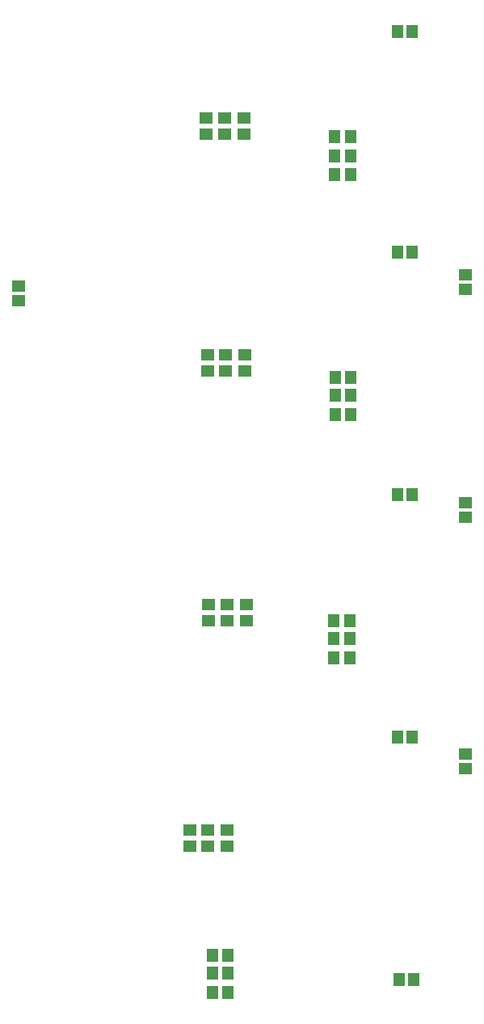
<source format=gbp>
G04 (created by PCBNEW-RS274X (2012-02-06 BZR 3180)-stable) date Sun 03 Jun 2012 09:51:07 PM CEST*
G01*
G70*
G90*
%MOIN*%
G04 Gerber Fmt 3.4, Leading zero omitted, Abs format*
%FSLAX34Y34*%
G04 APERTURE LIST*
%ADD10C,0.006000*%
%ADD11R,0.057000X0.047200*%
%ADD12R,0.047200X0.057000*%
G04 APERTURE END LIST*
G54D10*
G54D11*
X36550Y-28900D03*
X36550Y-29500D03*
G54D12*
X52200Y-18400D03*
X52800Y-18400D03*
X52800Y-27500D03*
X52200Y-27500D03*
G54D11*
X55000Y-28450D03*
X55000Y-29050D03*
G54D12*
X52800Y-37500D03*
X52200Y-37500D03*
G54D11*
X55000Y-37850D03*
X55000Y-38450D03*
G54D12*
X52800Y-47500D03*
X52200Y-47500D03*
G54D11*
X55000Y-48200D03*
X55000Y-48800D03*
G54D12*
X52850Y-57500D03*
X52250Y-57500D03*
X50240Y-22750D03*
X49590Y-24300D03*
X49590Y-22750D03*
X50240Y-23550D03*
X49590Y-23550D03*
X50240Y-24300D03*
X49620Y-34210D03*
X50270Y-32660D03*
X50270Y-34210D03*
X49620Y-33410D03*
X50270Y-33410D03*
X49620Y-32660D03*
X49560Y-44250D03*
X50210Y-42700D03*
X50210Y-44250D03*
X49560Y-43450D03*
X50210Y-43450D03*
X49560Y-42700D03*
X44550Y-58050D03*
X45200Y-56500D03*
X45200Y-58050D03*
X44550Y-57250D03*
X45200Y-57250D03*
X44550Y-56500D03*
G54D11*
X45840Y-22635D03*
X44290Y-21985D03*
X45840Y-21985D03*
X45040Y-22635D03*
X45040Y-21985D03*
X44290Y-22635D03*
X45900Y-32400D03*
X44350Y-31750D03*
X45900Y-31750D03*
X45100Y-32400D03*
X45100Y-31750D03*
X44350Y-32400D03*
X45940Y-42695D03*
X44390Y-42045D03*
X45940Y-42045D03*
X45140Y-42695D03*
X45140Y-42045D03*
X44390Y-42695D03*
X45165Y-51995D03*
X43615Y-51345D03*
X45165Y-51345D03*
X44365Y-51995D03*
X44365Y-51345D03*
X43615Y-51995D03*
M02*

</source>
